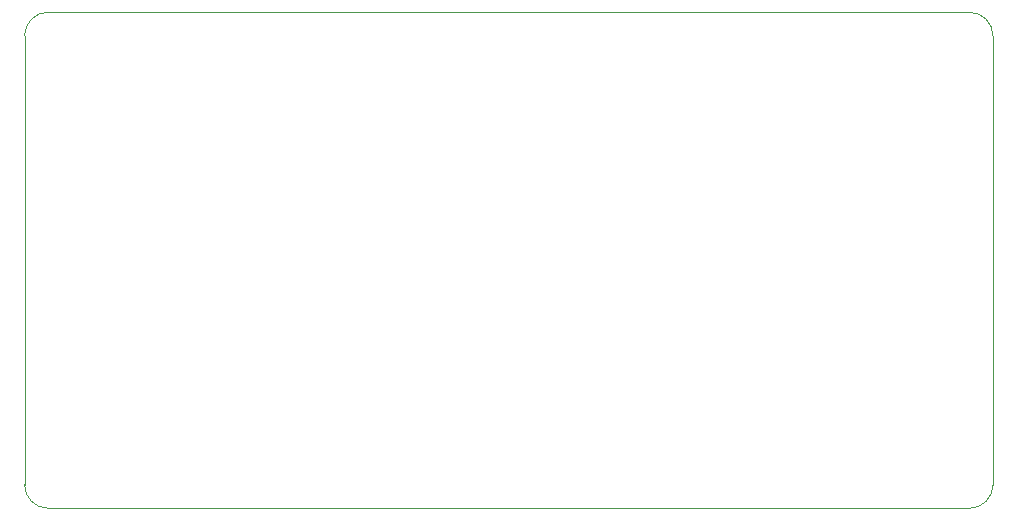
<source format=gbr>
G04 #@! TF.GenerationSoftware,KiCad,Pcbnew,(5.1.0)-1*
G04 #@! TF.CreationDate,2021-02-10T11:26:08+01:00*
G04 #@! TF.ProjectId,L_thilfeV1,4cf67468-696c-4666-9556-312e6b696361,rev?*
G04 #@! TF.SameCoordinates,Original*
G04 #@! TF.FileFunction,Profile,NP*
%FSLAX46Y46*%
G04 Gerber Fmt 4.6, Leading zero omitted, Abs format (unit mm)*
G04 Created by KiCad (PCBNEW (5.1.0)-1) date 2021-02-10 11:26:08*
%MOMM*%
%LPD*%
G04 APERTURE LIST*
%ADD10C,0.050000*%
G04 APERTURE END LIST*
D10*
X181000000Y-30000000D02*
X181000000Y-34500000D01*
X99000000Y-30000000D02*
X99000000Y-34750000D01*
X99000000Y-68000000D02*
X99000000Y-34500000D01*
X181000000Y-34500000D02*
X181000000Y-68000000D01*
X179000000Y-28000000D02*
G75*
G02X181000000Y-30000000I0J-2000000D01*
G01*
X181000000Y-68000000D02*
G75*
G02X179000000Y-70000000I-2000000J0D01*
G01*
X101000000Y-70000000D02*
X179000000Y-70000000D01*
X179000000Y-28000000D02*
X101000000Y-28000000D01*
X101000000Y-70000000D02*
G75*
G02X99000000Y-68000000I0J2000000D01*
G01*
X99000000Y-30000000D02*
G75*
G02X101000000Y-28000000I2000000J0D01*
G01*
M02*

</source>
